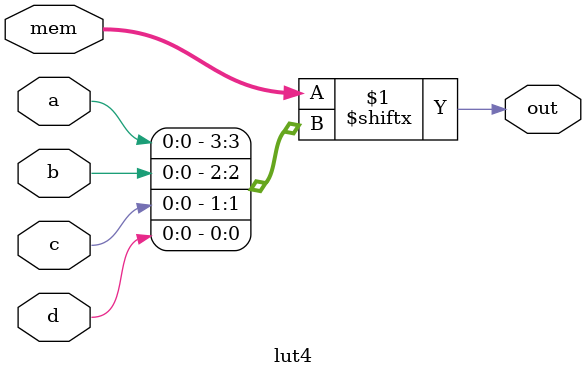
<source format=sv>

module agilex_alm (
    input  a,
    input  b,
    input  c0,
    input  c1,
    input  d0,
    input  d1,
    input  e,
    input  f,
    input  cin,
    // input  pin,
    output lut5out0,
    output lut5out1,
    output lut6out,
    output cout,
    output sumout0,
    output sumout1,
    // output pout,

    // These currently need to be ports, though they should be parameters.
    input [15:0] lut4_p0_mem,
    input [15:0] lut4_g0_mem,
    input [15:0] lut4_p1_mem,
    input [15:0] lut4_g1_mem

);


  wire lut4_p0_out;
  lut4 lut4_p0 (
      .a  (a),
      .b  (b),
      .c  (c0),
      .d  (d0),
      .out(lut4_p0_out),
      .mem(lut4_p0_mem)
  );


  wire lut4_g0_out;
  lut4 lut4_g0 (
      .a  (a),
      .b  (b),
      .c  (c0),
      .d  (d0),
      .out(lut4_g0_out),
      .mem(lut4_g0_mem)
  );

  wire lut4_p1_out;
  lut4 lut4_p1 (
      .a  (a),
      .b  (b),
      .c  (c1),
      .d  (d1),
      .out(lut4_p1_out),
      .mem(lut4_p1_mem)
  );

  wire lut4_g1_out;
  lut4 lut4_g1 (
      .a  (a),
      .b  (b),
      .c  (c1),
      .d  (d1),
      .out(lut4_g1_out),
      .mem(lut4_g1_mem)
  );

  assign lut5out0 = e ? lut4_g0_out : lut4_p0_out;
  assign lut6out = f ? lut5out0 : (e ? lut4_g1_out : lut4_p1_out);
  assign lut5out1 = f ? lut4_g1_out : lut4_p1_out;

  assign sumout0 = lut4_p0_out ^ cin;

  assign sumout1 = (lut4_p0_out ? lut4_g0_out : cin) ^ lut4_p1_out;

  assign cout = (lut4_p0_out & lut4_p1_out) ? cin : ((lut4_p1_out & lut4_g0_out) | lut4_g1_out);

endmodule

module lut4 (
    input  a,
    input  b,
    input  c,
    input  d,
    output out,

    // This should be a parameter, not a port. Required
    input [15:0] mem
);

  // We may need to swap the order of the index bits.
  assign out = mem[{a, b, c, d}];

endmodule

</source>
